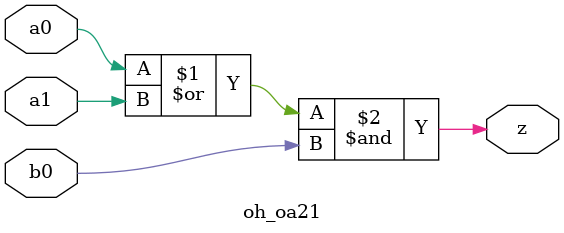
<source format=v>

module oh_oa21 #(parameter DW = 1 ) // array width
   (
    input [DW-1:0]  a0,
    input [DW-1:0]  a1,
    input [DW-1:0]  b0, 
    output [DW-1:0] z
    );
   
   assign z = (a0 | a1) & b0;
   
endmodule

</source>
